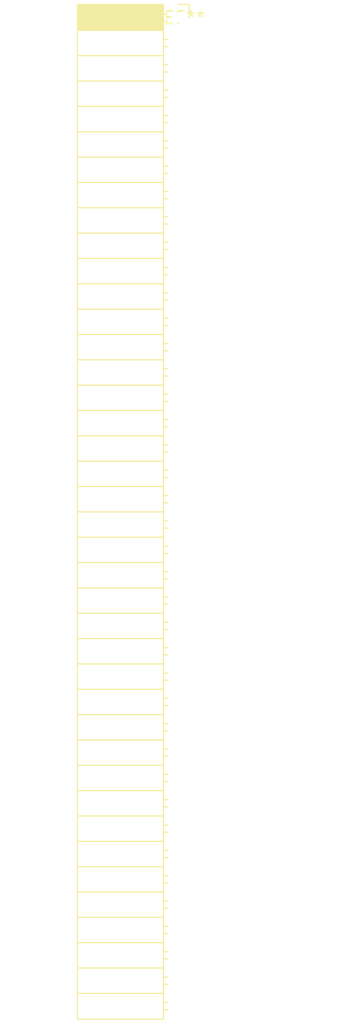
<source format=kicad_pcb>
(kicad_pcb (version 20240108) (generator pcbnew)
  (layers (0 "F.Cu" signal) (31 "B.Cu" signal) (34 "B.Paste" user) (35 "F.Paste" user) (36 "B.SilkS" user "B.Silkscreen") (37 "F.SilkS" user "F.Silkscreen") (38 "B.Mask" user) (39 "F.Mask" user) (44 "Edge.Cuts" user))
  (net 0 "")
  (footprint "PinSocket_1x40_P2.54mm_Horizontal" (layer "F.Cu") (at 0 0)
    (property "Reference" "REF**")
    (property "Value" "PinSocket_1x40_P2.54mm_Horizontal")
    (fp_line (start -10.09 -1.33) (end -10.09 100.39) (layer "F.SilkS") (stroke (width 0.12)))
    (fp_line (start -10.09 -1.33) (end -1.46 -1.33) (layer "F.SilkS") (stroke (width 0.12)))
    (fp_line (start -10.09 -1.21) (end -1.46 -1.21) (layer "F.SilkS") (stroke (width 0.12)))
    (fp_line (start -10.09 -1.091905) (end -1.46 -1.091905) (layer "F.SilkS") (stroke (width 0.12)))
    (fp_line (start -10.09 -0.97381) (end -1.46 -0.97381) (layer "F.SilkS") (stroke (width 0.12)))
    (fp_line (start -10.09 -0.855715) (end -1.46 -0.855715) (layer "F.SilkS") (stroke (width 0.12)))
    (fp_line (start -10.09 -0.73762) (end -1.46 -0.73762) (layer "F.SilkS") (stroke (width 0.12)))
    (fp_line (start -10.09 -0.619525) (end -1.46 -0.619525) (layer "F.SilkS") (stroke (width 0.12)))
    (fp_line (start -10.09 -0.50143) (end -1.46 -0.50143) (layer "F.SilkS") (stroke (width 0.12)))
    (fp_line (start -10.09 -0.383335) (end -1.46 -0.383335) (layer "F.SilkS") (stroke (width 0.12)))
    (fp_line (start -10.09 -0.26524) (end -1.46 -0.26524) (layer "F.SilkS") (stroke (width 0.12)))
    (fp_line (start -10.09 -0.147145) (end -1.46 -0.147145) (layer "F.SilkS") (stroke (width 0.12)))
    (fp_line (start -10.09 -0.02905) (end -1.46 -0.02905) (layer "F.SilkS") (stroke (width 0.12)))
    (fp_line (start -10.09 0.089045) (end -1.46 0.089045) (layer "F.SilkS") (stroke (width 0.12)))
    (fp_line (start -10.09 0.20714) (end -1.46 0.20714) (layer "F.SilkS") (stroke (width 0.12)))
    (fp_line (start -10.09 0.325235) (end -1.46 0.325235) (layer "F.SilkS") (stroke (width 0.12)))
    (fp_line (start -10.09 0.44333) (end -1.46 0.44333) (layer "F.SilkS") (stroke (width 0.12)))
    (fp_line (start -10.09 0.561425) (end -1.46 0.561425) (layer "F.SilkS") (stroke (width 0.12)))
    (fp_line (start -10.09 0.67952) (end -1.46 0.67952) (layer "F.SilkS") (stroke (width 0.12)))
    (fp_line (start -10.09 0.797615) (end -1.46 0.797615) (layer "F.SilkS") (stroke (width 0.12)))
    (fp_line (start -10.09 0.91571) (end -1.46 0.91571) (layer "F.SilkS") (stroke (width 0.12)))
    (fp_line (start -10.09 1.033805) (end -1.46 1.033805) (layer "F.SilkS") (stroke (width 0.12)))
    (fp_line (start -10.09 1.1519) (end -1.46 1.1519) (layer "F.SilkS") (stroke (width 0.12)))
    (fp_line (start -10.09 1.27) (end -1.46 1.27) (layer "F.SilkS") (stroke (width 0.12)))
    (fp_line (start -10.09 3.81) (end -1.46 3.81) (layer "F.SilkS") (stroke (width 0.12)))
    (fp_line (start -10.09 6.35) (end -1.46 6.35) (layer "F.SilkS") (stroke (width 0.12)))
    (fp_line (start -10.09 8.89) (end -1.46 8.89) (layer "F.SilkS") (stroke (width 0.12)))
    (fp_line (start -10.09 11.43) (end -1.46 11.43) (layer "F.SilkS") (stroke (width 0.12)))
    (fp_line (start -10.09 13.97) (end -1.46 13.97) (layer "F.SilkS") (stroke (width 0.12)))
    (fp_line (start -10.09 16.51) (end -1.46 16.51) (layer "F.SilkS") (stroke (width 0.12)))
    (fp_line (start -10.09 19.05) (end -1.46 19.05) (layer "F.SilkS") (stroke (width 0.12)))
    (fp_line (start -10.09 21.59) (end -1.46 21.59) (layer "F.SilkS") (stroke (width 0.12)))
    (fp_line (start -10.09 24.13) (end -1.46 24.13) (layer "F.SilkS") (stroke (width 0.12)))
    (fp_line (start -10.09 26.67) (end -1.46 26.67) (layer "F.SilkS") (stroke (width 0.12)))
    (fp_line (start -10.09 29.21) (end -1.46 29.21) (layer "F.SilkS") (stroke (width 0.12)))
    (fp_line (start -10.09 31.75) (end -1.46 31.75) (layer "F.SilkS") (stroke (width 0.12)))
    (fp_line (start -10.09 34.29) (end -1.46 34.29) (layer "F.SilkS") (stroke (width 0.12)))
    (fp_line (start -10.09 36.83) (end -1.46 36.83) (layer "F.SilkS") (stroke (width 0.12)))
    (fp_line (start -10.09 39.37) (end -1.46 39.37) (layer "F.SilkS") (stroke (width 0.12)))
    (fp_line (start -10.09 41.91) (end -1.46 41.91) (layer "F.SilkS") (stroke (width 0.12)))
    (fp_line (start -10.09 44.45) (end -1.46 44.45) (layer "F.SilkS") (stroke (width 0.12)))
    (fp_line (start -10.09 46.99) (end -1.46 46.99) (layer "F.SilkS") (stroke (width 0.12)))
    (fp_line (start -10.09 49.53) (end -1.46 49.53) (layer "F.SilkS") (stroke (width 0.12)))
    (fp_line (start -10.09 52.07) (end -1.46 52.07) (layer "F.SilkS") (stroke (width 0.12)))
    (fp_line (start -10.09 54.61) (end -1.46 54.61) (layer "F.SilkS") (stroke (width 0.12)))
    (fp_line (start -10.09 57.15) (end -1.46 57.15) (layer "F.SilkS") (stroke (width 0.12)))
    (fp_line (start -10.09 59.69) (end -1.46 59.69) (layer "F.SilkS") (stroke (width 0.12)))
    (fp_line (start -10.09 62.23) (end -1.46 62.23) (layer "F.SilkS") (stroke (width 0.12)))
    (fp_line (start -10.09 64.77) (end -1.46 64.77) (layer "F.SilkS") (stroke (width 0.12)))
    (fp_line (start -10.09 67.31) (end -1.46 67.31) (layer "F.SilkS") (stroke (width 0.12)))
    (fp_line (start -10.09 69.85) (end -1.46 69.85) (layer "F.SilkS") (stroke (width 0.12)))
    (fp_line (start -10.09 72.39) (end -1.46 72.39) (layer "F.SilkS") (stroke (width 0.12)))
    (fp_line (start -10.09 74.93) (end -1.46 74.93) (layer "F.SilkS") (stroke (width 0.12)))
    (fp_line (start -10.09 77.47) (end -1.46 77.47) (layer "F.SilkS") (stroke (width 0.12)))
    (fp_line (start -10.09 80.01) (end -1.46 80.01) (layer "F.SilkS") (stroke (width 0.12)))
    (fp_line (start -10.09 82.55) (end -1.46 82.55) (layer "F.SilkS") (stroke (width 0.12)))
    (fp_line (start -10.09 85.09) (end -1.46 85.09) (layer "F.SilkS") (stroke (width 0.12)))
    (fp_line (start -10.09 87.63) (end -1.46 87.63) (layer "F.SilkS") (stroke (width 0.12)))
    (fp_line (start -10.09 90.17) (end -1.46 90.17) (layer "F.SilkS") (stroke (width 0.12)))
    (fp_line (start -10.09 92.71) (end -1.46 92.71) (layer "F.SilkS") (stroke (width 0.12)))
    (fp_line (start -10.09 95.25) (end -1.46 95.25) (layer "F.SilkS") (stroke (width 0.12)))
    (fp_line (start -10.09 97.79) (end -1.46 97.79) (layer "F.SilkS") (stroke (width 0.12)))
    (fp_line (start -10.09 100.39) (end -1.46 100.39) (layer "F.SilkS") (stroke (width 0.12)))
    (fp_line (start -1.46 -1.33) (end -1.46 100.39) (layer "F.SilkS") (stroke (width 0.12)))
    (fp_line (start -1.46 -0.36) (end -1.11 -0.36) (layer "F.SilkS") (stroke (width 0.12)))
    (fp_line (start -1.46 0.36) (end -1.11 0.36) (layer "F.SilkS") (stroke (width 0.12)))
    (fp_line (start -1.46 2.18) (end -1.05 2.18) (layer "F.SilkS") (stroke (width 0.12)))
    (fp_line (start -1.46 2.9) (end -1.05 2.9) (layer "F.SilkS") (stroke (width 0.12)))
    (fp_line (start -1.46 4.72) (end -1.05 4.72) (layer "F.SilkS") (stroke (width 0.12)))
    (fp_line (start -1.46 5.44) (end -1.05 5.44) (layer "F.SilkS") (stroke (width 0.12)))
    (fp_line (start -1.46 7.26) (end -1.05 7.26) (layer "F.SilkS") (stroke (width 0.12)))
    (fp_line (start -1.46 7.98) (end -1.05 7.98) (layer "F.SilkS") (stroke (width 0.12)))
    (fp_line (start -1.46 9.8) (end -1.05 9.8) (layer "F.SilkS") (stroke (width 0.12)))
    (fp_line (start -1.46 10.52) (end -1.05 10.52) (layer "F.SilkS") (stroke (width 0.12)))
    (fp_line (start -1.46 12.34) (end -1.05 12.34) (layer "F.SilkS") (stroke (width 0.12)))
    (fp_line (start -1.46 13.06) (end -1.05 13.06) (layer "F.SilkS") (stroke (width 0.12)))
    (fp_line (start -1.46 14.88) (end -1.05 14.88) (layer "F.SilkS") (stroke (width 0.12)))
    (fp_line (start -1.46 15.6) (end -1.05 15.6) (layer "F.SilkS") (stroke (width 0.12)))
    (fp_line (start -1.46 17.42) (end -1.05 17.42) (layer "F.SilkS") (stroke (width 0.12)))
    (fp_line (start -1.46 18.14) (end -1.05 18.14) (layer "F.SilkS") (stroke (width 0.12)))
    (fp_line (start -1.46 19.96) (end -1.05 19.96) (layer "F.SilkS") (stroke (width 0.12)))
    (fp_line (start -1.46 20.68) (end -1.05 20.68) (layer "F.SilkS") (stroke (width 0.12)))
    (fp_line (start -1.46 22.5) (end -1.05 22.5) (layer "F.SilkS") (stroke (width 0.12)))
    (fp_line (start -1.46 23.22) (end -1.05 23.22) (layer "F.SilkS") (stroke (width 0.12)))
    (fp_line (start -1.46 25.04) (end -1.05 25.04) (layer "F.SilkS") (stroke (width 0.12)))
    (fp_line (start -1.46 25.76) (end -1.05 25.76) (layer "F.SilkS") (stroke (width 0.12)))
    (fp_line (start -1.46 27.58) (end -1.05 27.58) (layer "F.SilkS") (stroke (width 0.12)))
    (fp_line (start -1.46 28.3) (end -1.05 28.3) (layer "F.SilkS") (stroke (width 0.12)))
    (fp_line (start -1.46 30.12) (end -1.05 30.12) (layer "F.SilkS") (stroke (width 0.12)))
    (fp_line (start -1.46 30.84) (end -1.05 30.84) (layer "F.SilkS") (stroke (width 0.12)))
    (fp_line (start -1.46 32.66) (end -1.05 32.66) (layer "F.SilkS") (stroke (width 0.12)))
    (fp_line (start -1.46 33.38) (end -1.05 33.38) (layer "F.SilkS") (stroke (width 0.12)))
    (fp_line (start -1.46 35.2) (end -1.05 35.2) (layer "F.SilkS") (stroke (width 0.12)))
    (fp_line (start -1.46 35.92) (end -1.05 35.92) (layer "F.SilkS") (stroke (width 0.12)))
    (fp_line (start -1.46 37.74) (end -1.05 37.74) (layer "F.SilkS") (stroke (width 0.12)))
    (fp_line (start -1.46 38.46) (end -1.05 38.46) (layer "F.SilkS") (stroke (width 0.12)))
    (fp_line (start -1.46 40.28) (end -1.05 40.28) (layer "F.SilkS") (stroke (width 0.12)))
    (fp_line (start -1.46 41) (end -1.05 41) (layer "F.SilkS") (stroke (width 0.12)))
    (fp_line (start -1.46 42.82) (end -1.05 42.82) (layer "F.SilkS") (stroke (width 0.12)))
    (fp_line (start -1.46 43.54) (end -1.05 43.54) (layer "F.SilkS") (stroke (width 0.12)))
    (fp_line (start -1.46 45.36) (end -1.05 45.36) (layer "F.SilkS") (stroke (width 0.12)))
    (fp_line (start -1.46 46.08) (end -1.05 46.08) (layer "F.SilkS") (stroke (width 0.12)))
    (fp_line (start -1.46 47.9) (end -1.05 47.9) (layer "F.SilkS") (stroke (width 0.12)))
    (fp_line (start -1.46 48.62) (end -1.05 48.62) (layer "F.SilkS") (stroke (width 0.12)))
    (fp_line (start -1.46 50.44) (end -1.05 50.44) (layer "F.SilkS") (stroke (width 0.12)))
    (fp_line (start -1.46 51.16) (end -1.05 51.16) (layer "F.SilkS") (stroke (width 0.12)))
    (fp_line (start -1.46 52.98) (end -1.05 52.98) (layer "F.SilkS") (stroke (width 0.12)))
    (fp_line (start -1.46 53.7) (end -1.05 53.7) (layer "F.SilkS") (stroke (width 0.12)))
    (fp_line (start -1.46 55.52) (end -1.05 55.52) (layer "F.SilkS") (stroke (width 0.12)))
    (fp_line (start -1.46 56.24) (end -1.05 56.24) (layer "F.SilkS") (stroke (width 0.12)))
    (fp_line (start -1.46 58.06) (end -1.05 58.06) (layer "F.SilkS") (stroke (width 0.12)))
    (fp_line (start -1.46 58.78) (end -1.05 58.78) (layer "F.SilkS") (stroke (width 0.12)))
    (fp_line (start -1.46 60.6) (end -1.05 60.6) (layer "F.SilkS") (stroke (width 0.12)))
    (fp_line (start -1.46 61.32) (end -1.05 61.32) (layer "F.SilkS") (stroke (width 0.12)))
    (fp_line (start -1.46 63.14) (end -1.05 63.14) (layer "F.SilkS") (stroke (width 0.12)))
    (fp_line (start -1.46 63.86) (end -1.05 63.86) (layer "F.SilkS") (stroke (width 0.12)))
    (fp_line (start -1.46 65.68) (end -1.05 65.68) (layer "F.SilkS") (stroke (width 0.12)))
    (fp_line (start -1.46 66.4) (end -1.05 66.4) (layer "F.SilkS") (stroke (width 0.12)))
    (fp_line (start -1.46 68.22) (end -1.05 68.22) (layer "F.SilkS") (stroke (width 0.12)))
    (fp_line (start -1.46 68.94) (end -1.05 68.94) (layer "F.SilkS") (stroke (width 0.12)))
    (fp_line (start -1.46 70.76) (end -1.05 70.76) (layer "F.SilkS") (stroke (width 0.12)))
    (fp_line (start -1.46 71.48) (end -1.05 71.48) (layer "F.SilkS") (stroke (width 0.12)))
    (fp_line (start -1.46 73.3) (end -1.05 73.3) (layer "F.SilkS") (stroke (width 0.12)))
    (fp_line (start -1.46 74.02) (end -1.05 74.02) (layer "F.SilkS") (stroke (width 0.12)))
    (fp_line (start -1.46 75.84) (end -1.05 75.84) (layer "F.SilkS") (stroke (width 0.12)))
    (fp_line (start -1.46 76.56) (end -1.05 76.56) (layer "F.SilkS") (stroke (width 0.12)))
    (fp_line (start -1.46 78.38) (end -1.05 78.38) (layer "F.SilkS") (stroke (width 0.12)))
    (fp_line (start -1.46 79.1) (end -1.05 79.1) (layer "F.SilkS") (stroke (width 0.12)))
    (fp_line (start -1.46 80.92) (end -1.05 80.92) (layer "F.SilkS") (stroke (width 0.12)))
    (fp_line (start -1.46 81.64) (end -1.05 81.64) (layer "F.SilkS") (stroke (width 0.12)))
    (fp_line (start -1.46 83.46) (end -1.05 83.46) (layer "F.SilkS") (stroke (width 0.12)))
    (fp_line (start -1.46 84.18) (end -1.05 84.18) (layer "F.SilkS") (stroke (width 0.12)))
    (fp_line (start -1.46 86) (end -1.05 86) (layer "F.SilkS") (stroke (width 0.12)))
    (fp_line (start -1.46 86.72) (end -1.05 86.72) (layer "F.SilkS") (stroke (width 0.12)))
    (fp_line (start -1.46 88.54) (end -1.05 88.54) (layer "F.SilkS") (stroke (width 0.12)))
    (fp_line (start -1.46 89.26) (end -1.05 89.26) (layer "F.SilkS") (stroke (width 0.12)))
    (fp_line (start -1.46 91.08) (end -1.05 91.08) (layer "F.SilkS") (stroke (width 0.12)))
    (fp_line (start -1.46 91.8) (end -1.05 91.8) (layer "F.SilkS") (stroke (width 0.12)))
    (fp_line (start -1.46 93.62) (end -1.05 93.62) (layer "F.SilkS") (stroke (width 0.12)))
    (fp_line (start -1.46 94.34) (end -1.05 94.34) (layer "F.SilkS") (stroke (width 0.12)))
    (fp_line (start -1.46 96.16) (end -1.05 96.16) (layer "F.SilkS") (stroke (width 0.12)))
    (fp_line (start -1.46 96.88) (end -1.05 96.88) (layer "F.SilkS") (stroke (width 0.12)))
    (fp_line (start -1.46 98.7) (end -1.05 98.7) (layer "F.SilkS") (stroke (width 0.12)))
    (fp_line (start -1.46 99.42) (end -1.05 99.42) (layer "F.SilkS") (stroke (width 0.12)))
    (fp_line (start 0 -1.33) (end 1.11 -1.33) (layer "F.SilkS") (stroke (width 0.12)))
    (fp_line (start 1.11 -1.33) (end 1.11 0) (layer "F.SilkS") (stroke (width 0.12)))
    (pad "1" thru_hole rect (at 0 0) (size 1.7 1.7) (drill 1) (layers *.Cu *.Mask) (remove_unused_layers))
    (pad "2" thru_hole oval (at 0 2.54) (size 1.7 1.7) (drill 1) (layers *.Cu *.Mask) (remove_unused_layers))
    (pad "3" thru_hole oval (at 0 5.08) (size 1.7 1.7) (drill 1) (layers *.Cu *.Mask) (remove_unused_layers))
    (pad "4" thru_hole oval (at 0 7.62) (size 1.7 1.7) (drill 1) (layers *.Cu *.Mask) (remove_unused_layers))
    (pad "5" thru_hole oval (at 0 10.16) (size 1.7 1.7) (drill 1) (layers *.Cu *.Mask) (remove_unused_layers))
    (pad "6" thru_hole oval (at 0 12.7) (size 1.7 1.7) (drill 1) (layers *.Cu *.Mask) (remove_unused_layers))
    (pad "7" thru_hole oval (at 0 15.24) (size 1.7 1.7) (drill 1) (layers *.Cu *.Mask) (remove_unused_layers))
    (pad "8" thru_hole oval (at 0 17.78) (size 1.7 1.7) (drill 1) (layers *.Cu *.Mask) (remove_unused_layers))
    (pad "9" thru_hole oval (at 0 20.32) (size 1.7 1.7) (drill 1) (layers *.Cu *.Mask) (remove_unused_layers))
    (pad "10" thru_hole oval (at 0 22.86) (size 1.7 1.7) (drill 1) (layers *.Cu *.Mask) (remove_unused_layers))
    (pad "11" thru_hole oval (at 0 25.4) (size 1.7 1.7) (drill 1) (layers *.Cu *.Mask) (remove_unused_layers))
    (pad "12" thru_hole oval (at 0 27.94) (size 1.7 1.7) (drill 1) (layers *.Cu *.Mask) (remove_unused_layers))
    (pad "13" thru_hole oval (at 0 30.48) (size 1.7 1.7) (drill 1) (layers *.Cu *.Mask) (remove_unused_layers))
    (pad "14" thru_hole oval (at 0 33.02) (size 1.7 1.7) (drill 1) (layers *.Cu *.Mask) (remove_unused_layers))
    (pad "15" thru_hole oval (at 0 35.56) (size 1.7 1.7) (drill 1) (layers *.Cu *.Mask) (remove_unused_layers))
    (pad "16" thru_hole oval (at 0 38.1) (size 1.7 1.7) (drill 1) (layers *.Cu *.Mask) (remove_unused_layers))
    (pad "17" thru_hole oval (at 0 40.64) (size 1.7 1.7) (drill 1) (layers *.Cu *.Mask) (remove_unused_layers))
    (pad "18" thru_hole oval (at 0 43.18) (size 1.7 1.7) (drill 1) (layers *.Cu *.Mask) (remove_unused_layers))
    (pad "19" thru_hole oval (at 0 45.72) (size 1.7 1.7) (drill 1) (layers *.Cu *.Mask) (remove_unused_layers))
    (pad "20" thru_hole oval (at 0 48.26) (size 1.7 1.7) (drill 1) (layers *.Cu *.Mask) (remove_unused_layers))
    (pad "21" thru_hole oval (at 0 50.8) (size 1.7 1.7) (drill 1) (layers *.Cu *.Mask) (remove_unused_layers))
    (pad "22" thru_hole oval (at 0 53.34) (size 1.7 1.7) (drill 1) (layers *.Cu *.Mask) (remove_unused_layers))
    (pad "23" thru_hole oval (at 0 55.88) (size 1.7 1.7) (drill 1) (layers *.Cu *.Mask) (remove_unused_layers))
    (pad "24" thru_hole oval (at 0 58.42) (size 1.7 1.7) (drill 1) (layers *.Cu *.Mask) (remove_unused_layers))
    (pad "25" thru_hole oval (at 0 60.96) (size 1.7 1.7) (drill 1) (layers *.Cu *.Mask) (remove_unused_layers))
    (pad "26" thru_hole oval (at 0 63.5) (size 1.7 1.7) (drill 1) (layers *.Cu *.Mask) (remove_unused_layers))
    (pad "27" thru_hole oval (at 0 66.04) (size 1.7 1.7) (drill 1) (layers *.Cu *.Mask) (remove_unused_layers))
    (pad "28" thru_hole oval (at 0 68.58) (size 1.7 1.7) (drill 1) (layers *.Cu *.Mask) (remove_unused_layers))
    (pad "29" thru_hole oval (at 0 71.12) (size 1.7 1.7) (drill 1) (layers *.Cu *.Mask) (remove_unused_layers))
    (pad "30" thru_hole oval (at 0 73.66) (size 1.7 1.7) (drill 1) (layers *.Cu *.Mask) (remove_unused_layers))
    (pad "31" thru_hole oval (at 0 76.2) (size 1.7 1.7) (drill 1) (layers *.Cu *.Mask) (remove_unused_layers))
    (pad "32" thru_hole oval (at 0 78.74) (size 1.7 1.7) (drill 1) (layers *.Cu *.Mask) (remove_unused_layers))
    (pad "33" thru_hole oval (at 0 81.28) (size 1.7 1.7) (drill 1) (layers *.Cu *.Mask) (remove_unused_layers))
    (pad "34" thru_hole oval (at 0 83.82) (size 1.7 1.7) (drill 1) (layers *.Cu *.Mask) (remove_unused_layers))
    (pad "35" thru_hole oval (at 0 86.36) (size 1.7 1.7) (drill 1) (layers *.Cu *.Mask) (remove_unused_layers))
    (pad "36" thru_hole oval (at 0 88.9) (size 1.7 1.7) (drill 1) (layers *.Cu *.Mask) (remove_unused_layers))
    (pad "37" thru_hole oval (at 0 91.44) (size 1.7 1.7) (drill 1) (layers *.Cu *.Mask) (remove_unused_layers))
    (pad "38" thru_hole oval (at 0 93.98) (size 1.7 1.7) (drill 1) (layers *.Cu *.Mask) (remove_unused_layers))
    (pad "39" thru_hole oval (at 0 96.52) (size 1.7 1.7) (drill 1) (layers *.Cu *.Mask) (remove_unused_layers))
    (pad "40" thru_hole oval (at 0 99.06) (size 1.7 1.7) (drill 1) (layers *.Cu *.Mask) (remove_unused_layers))
  )
)
</source>
